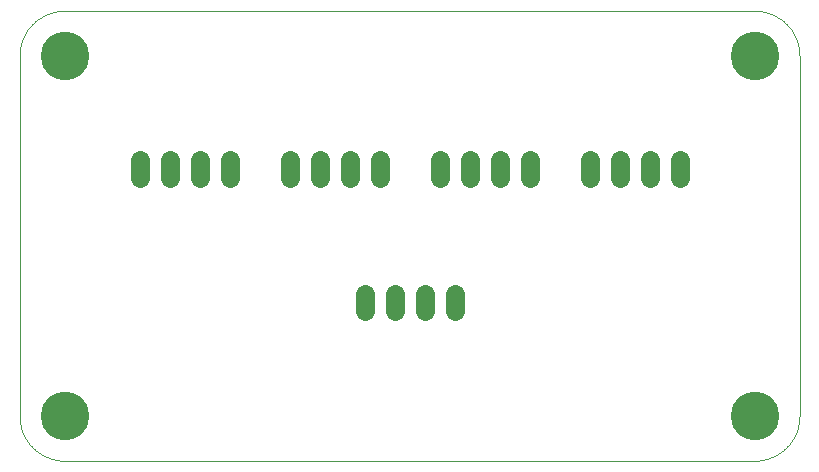
<source format=gbs>
G75*
%MOIN*%
%OFA0B0*%
%FSLAX25Y25*%
%IPPOS*%
%LPD*%
%AMOC8*
5,1,8,0,0,1.08239X$1,22.5*
%
%ADD10C,0.00000*%
%ADD11C,0.06337*%
%ADD12C,0.16211*%
D10*
X0022200Y0007200D02*
X0252200Y0007200D01*
X0252562Y0007204D01*
X0252925Y0007218D01*
X0253287Y0007239D01*
X0253648Y0007270D01*
X0254008Y0007309D01*
X0254367Y0007357D01*
X0254725Y0007414D01*
X0255082Y0007479D01*
X0255437Y0007553D01*
X0255790Y0007636D01*
X0256141Y0007727D01*
X0256489Y0007826D01*
X0256835Y0007934D01*
X0257179Y0008050D01*
X0257519Y0008175D01*
X0257856Y0008307D01*
X0258190Y0008448D01*
X0258521Y0008597D01*
X0258848Y0008754D01*
X0259171Y0008918D01*
X0259490Y0009090D01*
X0259804Y0009270D01*
X0260115Y0009458D01*
X0260420Y0009653D01*
X0260721Y0009855D01*
X0261017Y0010065D01*
X0261307Y0010281D01*
X0261593Y0010505D01*
X0261873Y0010735D01*
X0262147Y0010972D01*
X0262415Y0011216D01*
X0262678Y0011466D01*
X0262934Y0011722D01*
X0263184Y0011985D01*
X0263428Y0012253D01*
X0263665Y0012527D01*
X0263895Y0012807D01*
X0264119Y0013093D01*
X0264335Y0013383D01*
X0264545Y0013679D01*
X0264747Y0013980D01*
X0264942Y0014285D01*
X0265130Y0014596D01*
X0265310Y0014910D01*
X0265482Y0015229D01*
X0265646Y0015552D01*
X0265803Y0015879D01*
X0265952Y0016210D01*
X0266093Y0016544D01*
X0266225Y0016881D01*
X0266350Y0017221D01*
X0266466Y0017565D01*
X0266574Y0017911D01*
X0266673Y0018259D01*
X0266764Y0018610D01*
X0266847Y0018963D01*
X0266921Y0019318D01*
X0266986Y0019675D01*
X0267043Y0020033D01*
X0267091Y0020392D01*
X0267130Y0020752D01*
X0267161Y0021113D01*
X0267182Y0021475D01*
X0267196Y0021838D01*
X0267200Y0022200D01*
X0267200Y0142200D01*
X0267196Y0142562D01*
X0267182Y0142925D01*
X0267161Y0143287D01*
X0267130Y0143648D01*
X0267091Y0144008D01*
X0267043Y0144367D01*
X0266986Y0144725D01*
X0266921Y0145082D01*
X0266847Y0145437D01*
X0266764Y0145790D01*
X0266673Y0146141D01*
X0266574Y0146489D01*
X0266466Y0146835D01*
X0266350Y0147179D01*
X0266225Y0147519D01*
X0266093Y0147856D01*
X0265952Y0148190D01*
X0265803Y0148521D01*
X0265646Y0148848D01*
X0265482Y0149171D01*
X0265310Y0149490D01*
X0265130Y0149804D01*
X0264942Y0150115D01*
X0264747Y0150420D01*
X0264545Y0150721D01*
X0264335Y0151017D01*
X0264119Y0151307D01*
X0263895Y0151593D01*
X0263665Y0151873D01*
X0263428Y0152147D01*
X0263184Y0152415D01*
X0262934Y0152678D01*
X0262678Y0152934D01*
X0262415Y0153184D01*
X0262147Y0153428D01*
X0261873Y0153665D01*
X0261593Y0153895D01*
X0261307Y0154119D01*
X0261017Y0154335D01*
X0260721Y0154545D01*
X0260420Y0154747D01*
X0260115Y0154942D01*
X0259804Y0155130D01*
X0259490Y0155310D01*
X0259171Y0155482D01*
X0258848Y0155646D01*
X0258521Y0155803D01*
X0258190Y0155952D01*
X0257856Y0156093D01*
X0257519Y0156225D01*
X0257179Y0156350D01*
X0256835Y0156466D01*
X0256489Y0156574D01*
X0256141Y0156673D01*
X0255790Y0156764D01*
X0255437Y0156847D01*
X0255082Y0156921D01*
X0254725Y0156986D01*
X0254367Y0157043D01*
X0254008Y0157091D01*
X0253648Y0157130D01*
X0253287Y0157161D01*
X0252925Y0157182D01*
X0252562Y0157196D01*
X0252200Y0157200D01*
X0022200Y0157200D01*
X0021838Y0157196D01*
X0021475Y0157182D01*
X0021113Y0157161D01*
X0020752Y0157130D01*
X0020392Y0157091D01*
X0020033Y0157043D01*
X0019675Y0156986D01*
X0019318Y0156921D01*
X0018963Y0156847D01*
X0018610Y0156764D01*
X0018259Y0156673D01*
X0017911Y0156574D01*
X0017565Y0156466D01*
X0017221Y0156350D01*
X0016881Y0156225D01*
X0016544Y0156093D01*
X0016210Y0155952D01*
X0015879Y0155803D01*
X0015552Y0155646D01*
X0015229Y0155482D01*
X0014910Y0155310D01*
X0014596Y0155130D01*
X0014285Y0154942D01*
X0013980Y0154747D01*
X0013679Y0154545D01*
X0013383Y0154335D01*
X0013093Y0154119D01*
X0012807Y0153895D01*
X0012527Y0153665D01*
X0012253Y0153428D01*
X0011985Y0153184D01*
X0011722Y0152934D01*
X0011466Y0152678D01*
X0011216Y0152415D01*
X0010972Y0152147D01*
X0010735Y0151873D01*
X0010505Y0151593D01*
X0010281Y0151307D01*
X0010065Y0151017D01*
X0009855Y0150721D01*
X0009653Y0150420D01*
X0009458Y0150115D01*
X0009270Y0149804D01*
X0009090Y0149490D01*
X0008918Y0149171D01*
X0008754Y0148848D01*
X0008597Y0148521D01*
X0008448Y0148190D01*
X0008307Y0147856D01*
X0008175Y0147519D01*
X0008050Y0147179D01*
X0007934Y0146835D01*
X0007826Y0146489D01*
X0007727Y0146141D01*
X0007636Y0145790D01*
X0007553Y0145437D01*
X0007479Y0145082D01*
X0007414Y0144725D01*
X0007357Y0144367D01*
X0007309Y0144008D01*
X0007270Y0143648D01*
X0007239Y0143287D01*
X0007218Y0142925D01*
X0007204Y0142562D01*
X0007200Y0142200D01*
X0007200Y0022200D01*
X0007204Y0021838D01*
X0007218Y0021475D01*
X0007239Y0021113D01*
X0007270Y0020752D01*
X0007309Y0020392D01*
X0007357Y0020033D01*
X0007414Y0019675D01*
X0007479Y0019318D01*
X0007553Y0018963D01*
X0007636Y0018610D01*
X0007727Y0018259D01*
X0007826Y0017911D01*
X0007934Y0017565D01*
X0008050Y0017221D01*
X0008175Y0016881D01*
X0008307Y0016544D01*
X0008448Y0016210D01*
X0008597Y0015879D01*
X0008754Y0015552D01*
X0008918Y0015229D01*
X0009090Y0014910D01*
X0009270Y0014596D01*
X0009458Y0014285D01*
X0009653Y0013980D01*
X0009855Y0013679D01*
X0010065Y0013383D01*
X0010281Y0013093D01*
X0010505Y0012807D01*
X0010735Y0012527D01*
X0010972Y0012253D01*
X0011216Y0011985D01*
X0011466Y0011722D01*
X0011722Y0011466D01*
X0011985Y0011216D01*
X0012253Y0010972D01*
X0012527Y0010735D01*
X0012807Y0010505D01*
X0013093Y0010281D01*
X0013383Y0010065D01*
X0013679Y0009855D01*
X0013980Y0009653D01*
X0014285Y0009458D01*
X0014596Y0009270D01*
X0014910Y0009090D01*
X0015229Y0008918D01*
X0015552Y0008754D01*
X0015879Y0008597D01*
X0016210Y0008448D01*
X0016544Y0008307D01*
X0016881Y0008175D01*
X0017221Y0008050D01*
X0017565Y0007934D01*
X0017911Y0007826D01*
X0018259Y0007727D01*
X0018610Y0007636D01*
X0018963Y0007553D01*
X0019318Y0007479D01*
X0019675Y0007414D01*
X0020033Y0007357D01*
X0020392Y0007309D01*
X0020752Y0007270D01*
X0021113Y0007239D01*
X0021475Y0007218D01*
X0021838Y0007204D01*
X0022200Y0007200D01*
D11*
X0122200Y0056987D02*
X0122200Y0062924D01*
X0132200Y0062924D02*
X0132200Y0056987D01*
X0142200Y0056987D02*
X0142200Y0062924D01*
X0152200Y0062924D02*
X0152200Y0056987D01*
X0147200Y0101476D02*
X0147200Y0107413D01*
X0157200Y0107413D02*
X0157200Y0101476D01*
X0167200Y0101476D02*
X0167200Y0107413D01*
X0177200Y0107413D02*
X0177200Y0101476D01*
X0197200Y0101476D02*
X0197200Y0107413D01*
X0207200Y0107413D02*
X0207200Y0101476D01*
X0217200Y0101476D02*
X0217200Y0107413D01*
X0227200Y0107413D02*
X0227200Y0101476D01*
X0127200Y0101476D02*
X0127200Y0107413D01*
X0117200Y0107413D02*
X0117200Y0101476D01*
X0107200Y0101476D02*
X0107200Y0107413D01*
X0097200Y0107413D02*
X0097200Y0101476D01*
X0077200Y0101476D02*
X0077200Y0107413D01*
X0067200Y0107413D02*
X0067200Y0101476D01*
X0057200Y0101476D02*
X0057200Y0107413D01*
X0047200Y0107413D02*
X0047200Y0101476D01*
D12*
X0022200Y0142200D03*
X0022200Y0022200D03*
X0252200Y0022200D03*
X0252200Y0142200D03*
M02*

</source>
